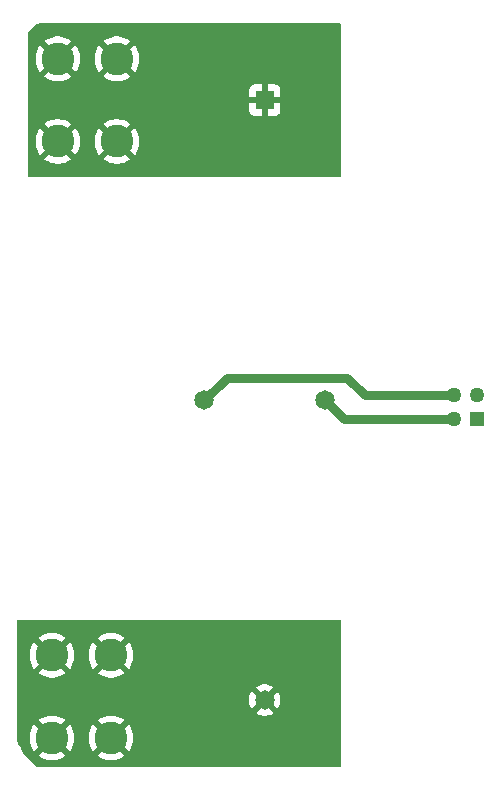
<source format=gbr>
%TF.GenerationSoftware,KiCad,Pcbnew,9.0.1*%
%TF.CreationDate,2025-05-24T18:06:33+02:00*%
%TF.ProjectId,main,6d61696e-2e6b-4696-9361-645f70636258,1.0*%
%TF.SameCoordinates,Original*%
%TF.FileFunction,Copper,L1,Top*%
%TF.FilePolarity,Positive*%
%FSLAX46Y46*%
G04 Gerber Fmt 4.6, Leading zero omitted, Abs format (unit mm)*
G04 Created by KiCad (PCBNEW 9.0.1) date 2025-05-24 18:06:33*
%MOMM*%
%LPD*%
G01*
G04 APERTURE LIST*
%TA.AperFunction,ComponentPad*%
%ADD10C,2.775000*%
%TD*%
%TA.AperFunction,ComponentPad*%
%ADD11C,1.258000*%
%TD*%
%TA.AperFunction,ComponentPad*%
%ADD12R,1.258000X1.258000*%
%TD*%
%TA.AperFunction,ComponentPad*%
%ADD13R,1.650000X1.650000*%
%TD*%
%TA.AperFunction,ComponentPad*%
%ADD14C,1.650000*%
%TD*%
%TA.AperFunction,ViaPad*%
%ADD15C,0.560000*%
%TD*%
%TA.AperFunction,Conductor*%
%ADD16C,0.800000*%
%TD*%
G04 APERTURE END LIST*
D10*
%TO.P,J5,1,Pin_1*%
%TO.N,HV-*%
X159000000Y-54000000D03*
X159000000Y-61000000D03*
X164000000Y-54000000D03*
X164000000Y-61000000D03*
%TD*%
%TO.P,J4,1,Pin_1*%
%TO.N,/HV+_dIscharge_resistors*%
X158500000Y-104500000D03*
X158500000Y-111500000D03*
X163500000Y-104500000D03*
X163500000Y-111500000D03*
%TD*%
D11*
%TO.P,J1,1,Pin_1*%
%TO.N,unconnected-(J1-Pin_1-Pad1)*%
X194500000Y-82500000D03*
%TO.P,J1,2,Pin_2*%
%TO.N,SD+*%
X192500000Y-82500000D03*
%TO.P,J1,3,Pin_3*%
%TO.N,GND*%
X192500000Y-84500000D03*
D12*
%TO.P,J1,4,Pin_4*%
%TO.N,unconnected-(J1-Pin_4-Pad4)*%
X194500000Y-84500000D03*
%TD*%
D13*
%TO.P,K2,1*%
%TO.N,HV-*%
X176500000Y-57500000D03*
D14*
%TO.P,K2,2*%
%TO.N,/HV+_dIscharge_resistors*%
X176500000Y-108300000D03*
%TO.P,K2,3*%
%TO.N,SD+*%
X171400000Y-82900000D03*
%TO.P,K2,4*%
%TO.N,GND*%
X181600000Y-82900000D03*
%TD*%
D15*
%TO.N,HV-*%
X169000000Y-52500000D03*
X175000000Y-61500000D03*
X175000000Y-55500000D03*
X169000000Y-61500000D03*
X173500000Y-63000000D03*
X173500000Y-60000000D03*
X173500000Y-55500000D03*
X178000000Y-61500000D03*
X169000000Y-63000000D03*
X170500000Y-52500000D03*
X179500000Y-63000000D03*
X172000000Y-54000000D03*
X176500000Y-55500000D03*
X178000000Y-54000000D03*
X170500000Y-55500000D03*
X178000000Y-63000000D03*
X179500000Y-52500000D03*
X179500000Y-60000000D03*
X175000000Y-52500000D03*
X169000000Y-54000000D03*
X167500000Y-63000000D03*
X181000000Y-54000000D03*
X173500000Y-52500000D03*
X179500000Y-54000000D03*
X170500000Y-54000000D03*
X172000000Y-60000000D03*
X178000000Y-61500000D03*
X169000000Y-60000000D03*
X181000000Y-52500000D03*
X170500000Y-60000000D03*
X179500000Y-52500000D03*
X172000000Y-52500000D03*
X173500000Y-54000000D03*
X176500000Y-60000000D03*
X176500000Y-54000000D03*
X178000000Y-52500000D03*
X181000000Y-55500000D03*
X178000000Y-54000000D03*
X169000000Y-60000000D03*
X178000000Y-55500000D03*
X167500000Y-60000000D03*
X178000000Y-60000000D03*
X178000000Y-60000000D03*
X181000000Y-60000000D03*
X181000000Y-54000000D03*
X179500000Y-61500000D03*
X172000000Y-63000000D03*
X172000000Y-55500000D03*
X175000000Y-54000000D03*
X175000000Y-60000000D03*
X175000000Y-63000000D03*
X179500000Y-60000000D03*
X178000000Y-63000000D03*
X181000000Y-55500000D03*
X176500000Y-63000000D03*
X170500000Y-60000000D03*
X175000000Y-61500000D03*
X178000000Y-60000000D03*
X181000000Y-61500000D03*
X167500000Y-52500000D03*
X167500000Y-54000000D03*
X179500000Y-54000000D03*
X178000000Y-55500000D03*
X176500000Y-61500000D03*
X173500000Y-60000000D03*
X170500000Y-63000000D03*
X172000000Y-61500000D03*
X179500000Y-55500000D03*
X179500000Y-55500000D03*
X181000000Y-63000000D03*
X181000000Y-60000000D03*
X178000000Y-52500000D03*
X173500000Y-61500000D03*
X176500000Y-52500000D03*
X167500000Y-55500000D03*
X169000000Y-55500000D03*
X179500000Y-55500000D03*
X178000000Y-55500000D03*
X179500000Y-54000000D03*
X167500000Y-60000000D03*
X170500000Y-61500000D03*
X172000000Y-60000000D03*
X175000000Y-63000000D03*
X167500000Y-61500000D03*
X178000000Y-54000000D03*
X175000000Y-60000000D03*
X175000000Y-60000000D03*
%TO.N,/HV+_dIscharge_resistors*%
X172000000Y-104500000D03*
X176500000Y-106000000D03*
X179500000Y-103000000D03*
X172000000Y-111500000D03*
X176500000Y-111500000D03*
X179500000Y-110000000D03*
X178000000Y-110000000D03*
X178000000Y-113000000D03*
X170500000Y-113000000D03*
X181000000Y-103000000D03*
X175000000Y-111500000D03*
X173500000Y-111500000D03*
X175000000Y-104500000D03*
X176500000Y-110000000D03*
X170500000Y-104500000D03*
X178000000Y-111500000D03*
X172000000Y-113000000D03*
X175000000Y-106000000D03*
X181000000Y-106000000D03*
X170500000Y-110000000D03*
X172000000Y-103000000D03*
X176500000Y-104500000D03*
X176500000Y-113000000D03*
X175000000Y-110000000D03*
X179500000Y-113000000D03*
X179500000Y-111500000D03*
X181000000Y-110000000D03*
X179500000Y-104500000D03*
X178000000Y-104500000D03*
X178000000Y-106000000D03*
X175000000Y-113000000D03*
X170500000Y-111500000D03*
X181000000Y-111500000D03*
X173500000Y-106000000D03*
X172000000Y-106000000D03*
X161500000Y-108500000D03*
X172000000Y-110000000D03*
X160000000Y-108500000D03*
X176500000Y-103000000D03*
X179500000Y-106000000D03*
X173500000Y-110000000D03*
X181000000Y-113000000D03*
X175000000Y-103000000D03*
X170500000Y-103000000D03*
X161500000Y-107000000D03*
X173500000Y-103000000D03*
X173500000Y-113000000D03*
X160000000Y-107000000D03*
X181000000Y-104500000D03*
X173500000Y-104500000D03*
X170500000Y-106000000D03*
X178000000Y-103000000D03*
%TD*%
D16*
%TO.N,GND*%
X183200000Y-84500000D02*
X192500000Y-84500000D01*
X181600000Y-82900000D02*
X183200000Y-84500000D01*
%TO.N,HV-*%
X176500000Y-57500000D02*
X176400000Y-57600000D01*
%TO.N,SD+*%
X171400000Y-82900000D02*
X173300000Y-81000000D01*
X173300000Y-81000000D02*
X183500000Y-81000000D01*
X185000000Y-82500000D02*
X192500000Y-82500000D01*
X183500000Y-81000000D02*
X185000000Y-82500000D01*
%TD*%
%TA.AperFunction,Conductor*%
%TO.N,/HV+_dIscharge_resistors*%
G36*
X182943039Y-101519685D02*
G01*
X182988794Y-101572489D01*
X183000000Y-101624000D01*
X183000000Y-113876000D01*
X182980315Y-113943039D01*
X182927511Y-113988794D01*
X182876000Y-114000000D01*
X157390755Y-114000000D01*
X157373758Y-113995045D01*
X157356292Y-113995115D01*
X157324129Y-113980580D01*
X157251681Y-113934425D01*
X157242821Y-113928221D01*
X156919233Y-113679923D01*
X156910946Y-113672969D01*
X156610232Y-113397416D01*
X156602583Y-113389767D01*
X156327030Y-113089053D01*
X156320077Y-113080767D01*
X156278987Y-113027218D01*
X156278986Y-113027217D01*
X156276880Y-113024473D01*
X156071772Y-112757170D01*
X156065568Y-112748309D01*
X156000472Y-112646129D01*
X155846413Y-112404305D01*
X155841020Y-112394965D01*
X155652674Y-112033155D01*
X155648105Y-112023357D01*
X155509439Y-111688587D01*
X155500000Y-111641134D01*
X155500000Y-111376279D01*
X156612500Y-111376279D01*
X156612500Y-111623720D01*
X156644795Y-111869014D01*
X156644797Y-111869025D01*
X156708834Y-112108018D01*
X156708837Y-112108028D01*
X156803518Y-112336607D01*
X156803523Y-112336618D01*
X156927229Y-112550881D01*
X156927235Y-112550889D01*
X157000315Y-112646129D01*
X157691497Y-111954947D01*
X157781505Y-112089653D01*
X157910347Y-112218495D01*
X158045051Y-112308501D01*
X157353869Y-112999683D01*
X157449110Y-113072764D01*
X157449118Y-113072770D01*
X157663381Y-113196476D01*
X157663392Y-113196481D01*
X157891971Y-113291162D01*
X157891981Y-113291165D01*
X158130974Y-113355202D01*
X158130985Y-113355204D01*
X158376279Y-113387499D01*
X158376294Y-113387500D01*
X158623706Y-113387500D01*
X158623720Y-113387499D01*
X158869014Y-113355204D01*
X158869025Y-113355202D01*
X159108018Y-113291165D01*
X159108028Y-113291162D01*
X159336607Y-113196481D01*
X159336618Y-113196476D01*
X159550881Y-113072770D01*
X159550899Y-113072758D01*
X159646129Y-112999684D01*
X159646129Y-112999682D01*
X158954948Y-112308501D01*
X159089653Y-112218495D01*
X159218495Y-112089653D01*
X159308501Y-111954948D01*
X159999682Y-112646129D01*
X159999684Y-112646129D01*
X160072758Y-112550899D01*
X160072770Y-112550881D01*
X160196476Y-112336618D01*
X160196481Y-112336607D01*
X160291162Y-112108028D01*
X160291165Y-112108018D01*
X160355202Y-111869025D01*
X160355204Y-111869014D01*
X160387499Y-111623720D01*
X160387500Y-111623706D01*
X160387500Y-111376293D01*
X160387499Y-111376279D01*
X161612500Y-111376279D01*
X161612500Y-111623720D01*
X161644795Y-111869014D01*
X161644797Y-111869025D01*
X161708834Y-112108018D01*
X161708837Y-112108028D01*
X161803518Y-112336607D01*
X161803523Y-112336618D01*
X161927229Y-112550881D01*
X161927235Y-112550889D01*
X162000315Y-112646129D01*
X162691497Y-111954947D01*
X162781505Y-112089653D01*
X162910347Y-112218495D01*
X163045051Y-112308501D01*
X162353869Y-112999683D01*
X162449110Y-113072764D01*
X162449118Y-113072770D01*
X162663381Y-113196476D01*
X162663392Y-113196481D01*
X162891971Y-113291162D01*
X162891981Y-113291165D01*
X163130974Y-113355202D01*
X163130985Y-113355204D01*
X163376279Y-113387499D01*
X163376294Y-113387500D01*
X163623706Y-113387500D01*
X163623720Y-113387499D01*
X163869014Y-113355204D01*
X163869025Y-113355202D01*
X164108018Y-113291165D01*
X164108028Y-113291162D01*
X164336607Y-113196481D01*
X164336618Y-113196476D01*
X164550881Y-113072770D01*
X164550899Y-113072758D01*
X164646129Y-112999684D01*
X164646129Y-112999682D01*
X163954948Y-112308501D01*
X164089653Y-112218495D01*
X164218495Y-112089653D01*
X164308501Y-111954948D01*
X164999682Y-112646129D01*
X164999684Y-112646129D01*
X165072758Y-112550899D01*
X165072770Y-112550881D01*
X165196476Y-112336618D01*
X165196481Y-112336607D01*
X165291162Y-112108028D01*
X165291165Y-112108018D01*
X165355202Y-111869025D01*
X165355204Y-111869014D01*
X165387499Y-111623720D01*
X165387500Y-111623706D01*
X165387500Y-111376293D01*
X165387499Y-111376279D01*
X165355204Y-111130985D01*
X165355202Y-111130974D01*
X165291165Y-110891981D01*
X165291162Y-110891971D01*
X165196481Y-110663392D01*
X165196476Y-110663381D01*
X165072770Y-110449118D01*
X165072764Y-110449110D01*
X164999683Y-110353869D01*
X164308501Y-111045051D01*
X164218495Y-110910347D01*
X164089653Y-110781505D01*
X163954948Y-110691497D01*
X164646129Y-110000315D01*
X164550889Y-109927235D01*
X164550881Y-109927229D01*
X164336618Y-109803523D01*
X164336607Y-109803518D01*
X164108028Y-109708837D01*
X164108018Y-109708834D01*
X163869025Y-109644797D01*
X163869014Y-109644795D01*
X163623720Y-109612500D01*
X163376279Y-109612500D01*
X163130985Y-109644795D01*
X163130974Y-109644797D01*
X162891981Y-109708834D01*
X162891971Y-109708837D01*
X162663392Y-109803518D01*
X162663381Y-109803523D01*
X162449118Y-109927229D01*
X162449101Y-109927240D01*
X162353869Y-110000314D01*
X162353869Y-110000315D01*
X163045051Y-110691497D01*
X162910347Y-110781505D01*
X162781505Y-110910347D01*
X162691497Y-111045051D01*
X162000315Y-110353869D01*
X162000314Y-110353869D01*
X161927240Y-110449101D01*
X161927229Y-110449118D01*
X161803523Y-110663381D01*
X161803518Y-110663392D01*
X161708837Y-110891971D01*
X161708834Y-110891981D01*
X161644797Y-111130974D01*
X161644795Y-111130985D01*
X161612500Y-111376279D01*
X160387499Y-111376279D01*
X160355204Y-111130985D01*
X160355202Y-111130974D01*
X160291165Y-110891981D01*
X160291162Y-110891971D01*
X160196481Y-110663392D01*
X160196476Y-110663381D01*
X160072770Y-110449118D01*
X160072764Y-110449110D01*
X159999683Y-110353869D01*
X159308501Y-111045051D01*
X159218495Y-110910347D01*
X159089653Y-110781505D01*
X158954948Y-110691497D01*
X159646129Y-110000315D01*
X159550889Y-109927235D01*
X159550881Y-109927229D01*
X159336618Y-109803523D01*
X159336607Y-109803518D01*
X159108028Y-109708837D01*
X159108018Y-109708834D01*
X158869025Y-109644797D01*
X158869014Y-109644795D01*
X158623720Y-109612500D01*
X158376279Y-109612500D01*
X158130985Y-109644795D01*
X158130974Y-109644797D01*
X157891981Y-109708834D01*
X157891971Y-109708837D01*
X157663392Y-109803518D01*
X157663381Y-109803523D01*
X157449118Y-109927229D01*
X157449101Y-109927240D01*
X157353869Y-110000314D01*
X157353869Y-110000315D01*
X158045051Y-110691497D01*
X157910347Y-110781505D01*
X157781505Y-110910347D01*
X157691497Y-111045051D01*
X157000315Y-110353869D01*
X157000314Y-110353869D01*
X156927240Y-110449101D01*
X156927229Y-110449118D01*
X156803523Y-110663381D01*
X156803518Y-110663392D01*
X156708837Y-110891971D01*
X156708834Y-110891981D01*
X156644797Y-111130974D01*
X156644795Y-111130985D01*
X156612500Y-111376279D01*
X155500000Y-111376279D01*
X155500000Y-108195720D01*
X175175000Y-108195720D01*
X175175000Y-108404279D01*
X175207626Y-108610272D01*
X175272075Y-108808627D01*
X175366759Y-108994451D01*
X175402627Y-109043818D01*
X175402627Y-109043819D01*
X175976212Y-108470234D01*
X175987482Y-108512292D01*
X176059890Y-108637708D01*
X176162292Y-108740110D01*
X176287708Y-108812518D01*
X176329765Y-108823787D01*
X175756179Y-109397371D01*
X175756180Y-109397372D01*
X175805543Y-109433236D01*
X175805556Y-109433244D01*
X175991372Y-109527924D01*
X176189727Y-109592373D01*
X176395721Y-109625000D01*
X176604279Y-109625000D01*
X176810272Y-109592373D01*
X177008627Y-109527924D01*
X177194451Y-109433240D01*
X177243818Y-109397372D01*
X177243818Y-109397371D01*
X176670234Y-108823787D01*
X176712292Y-108812518D01*
X176837708Y-108740110D01*
X176940110Y-108637708D01*
X177012518Y-108512292D01*
X177023787Y-108470234D01*
X177597371Y-109043818D01*
X177597372Y-109043818D01*
X177633240Y-108994451D01*
X177727924Y-108808627D01*
X177792373Y-108610272D01*
X177825000Y-108404279D01*
X177825000Y-108195720D01*
X177792373Y-107989727D01*
X177727924Y-107791372D01*
X177633244Y-107605556D01*
X177633236Y-107605543D01*
X177597372Y-107556180D01*
X177597371Y-107556179D01*
X177023787Y-108129764D01*
X177012518Y-108087708D01*
X176940110Y-107962292D01*
X176837708Y-107859890D01*
X176712292Y-107787482D01*
X176670233Y-107776212D01*
X177243819Y-107202627D01*
X177194451Y-107166759D01*
X177008627Y-107072075D01*
X176810272Y-107007626D01*
X176604279Y-106975000D01*
X176395721Y-106975000D01*
X176189727Y-107007626D01*
X175991372Y-107072075D01*
X175805552Y-107166757D01*
X175756180Y-107202627D01*
X176329766Y-107776212D01*
X176287708Y-107787482D01*
X176162292Y-107859890D01*
X176059890Y-107962292D01*
X175987482Y-108087708D01*
X175976212Y-108129765D01*
X175402627Y-107556180D01*
X175366757Y-107605552D01*
X175272075Y-107791372D01*
X175207626Y-107989727D01*
X175175000Y-108195720D01*
X155500000Y-108195720D01*
X155500000Y-104376279D01*
X156612500Y-104376279D01*
X156612500Y-104623720D01*
X156644795Y-104869014D01*
X156644797Y-104869025D01*
X156708834Y-105108018D01*
X156708837Y-105108028D01*
X156803518Y-105336607D01*
X156803523Y-105336618D01*
X156927229Y-105550881D01*
X156927235Y-105550889D01*
X157000315Y-105646129D01*
X157691497Y-104954947D01*
X157781505Y-105089653D01*
X157910347Y-105218495D01*
X158045051Y-105308501D01*
X157353869Y-105999683D01*
X157449110Y-106072764D01*
X157449118Y-106072770D01*
X157663381Y-106196476D01*
X157663392Y-106196481D01*
X157891971Y-106291162D01*
X157891981Y-106291165D01*
X158130974Y-106355202D01*
X158130985Y-106355204D01*
X158376279Y-106387499D01*
X158376294Y-106387500D01*
X158623706Y-106387500D01*
X158623720Y-106387499D01*
X158869014Y-106355204D01*
X158869025Y-106355202D01*
X159108018Y-106291165D01*
X159108028Y-106291162D01*
X159336607Y-106196481D01*
X159336618Y-106196476D01*
X159550881Y-106072770D01*
X159550899Y-106072758D01*
X159646129Y-105999684D01*
X159646129Y-105999682D01*
X158954948Y-105308501D01*
X159089653Y-105218495D01*
X159218495Y-105089653D01*
X159308501Y-104954948D01*
X159999682Y-105646129D01*
X159999684Y-105646129D01*
X160072758Y-105550899D01*
X160072770Y-105550881D01*
X160196476Y-105336618D01*
X160196481Y-105336607D01*
X160291162Y-105108028D01*
X160291165Y-105108018D01*
X160355202Y-104869025D01*
X160355204Y-104869014D01*
X160387499Y-104623720D01*
X160387500Y-104623706D01*
X160387500Y-104376293D01*
X160387499Y-104376279D01*
X161612500Y-104376279D01*
X161612500Y-104623720D01*
X161644795Y-104869014D01*
X161644797Y-104869025D01*
X161708834Y-105108018D01*
X161708837Y-105108028D01*
X161803518Y-105336607D01*
X161803523Y-105336618D01*
X161927229Y-105550881D01*
X161927235Y-105550889D01*
X162000315Y-105646129D01*
X162691497Y-104954947D01*
X162781505Y-105089653D01*
X162910347Y-105218495D01*
X163045051Y-105308501D01*
X162353869Y-105999683D01*
X162449110Y-106072764D01*
X162449118Y-106072770D01*
X162663381Y-106196476D01*
X162663392Y-106196481D01*
X162891971Y-106291162D01*
X162891981Y-106291165D01*
X163130974Y-106355202D01*
X163130985Y-106355204D01*
X163376279Y-106387499D01*
X163376294Y-106387500D01*
X163623706Y-106387500D01*
X163623720Y-106387499D01*
X163869014Y-106355204D01*
X163869025Y-106355202D01*
X164108018Y-106291165D01*
X164108028Y-106291162D01*
X164336607Y-106196481D01*
X164336618Y-106196476D01*
X164550881Y-106072770D01*
X164550899Y-106072758D01*
X164646129Y-105999684D01*
X164646129Y-105999682D01*
X163954948Y-105308501D01*
X164089653Y-105218495D01*
X164218495Y-105089653D01*
X164308501Y-104954948D01*
X164999682Y-105646129D01*
X164999684Y-105646129D01*
X165072758Y-105550899D01*
X165072770Y-105550881D01*
X165196476Y-105336618D01*
X165196481Y-105336607D01*
X165291162Y-105108028D01*
X165291165Y-105108018D01*
X165355202Y-104869025D01*
X165355204Y-104869014D01*
X165387499Y-104623720D01*
X165387500Y-104623706D01*
X165387500Y-104376293D01*
X165387499Y-104376279D01*
X165355204Y-104130985D01*
X165355202Y-104130974D01*
X165291165Y-103891981D01*
X165291162Y-103891971D01*
X165196481Y-103663392D01*
X165196476Y-103663381D01*
X165072770Y-103449118D01*
X165072764Y-103449110D01*
X164999683Y-103353869D01*
X164308501Y-104045051D01*
X164218495Y-103910347D01*
X164089653Y-103781505D01*
X163954948Y-103691497D01*
X164646129Y-103000315D01*
X164550889Y-102927235D01*
X164550881Y-102927229D01*
X164336618Y-102803523D01*
X164336607Y-102803518D01*
X164108028Y-102708837D01*
X164108018Y-102708834D01*
X163869025Y-102644797D01*
X163869014Y-102644795D01*
X163623720Y-102612500D01*
X163376279Y-102612500D01*
X163130985Y-102644795D01*
X163130974Y-102644797D01*
X162891981Y-102708834D01*
X162891971Y-102708837D01*
X162663392Y-102803518D01*
X162663381Y-102803523D01*
X162449118Y-102927229D01*
X162449101Y-102927240D01*
X162353869Y-103000314D01*
X162353869Y-103000315D01*
X163045051Y-103691497D01*
X162910347Y-103781505D01*
X162781505Y-103910347D01*
X162691497Y-104045051D01*
X162000315Y-103353869D01*
X162000314Y-103353869D01*
X161927240Y-103449101D01*
X161927229Y-103449118D01*
X161803523Y-103663381D01*
X161803518Y-103663392D01*
X161708837Y-103891971D01*
X161708834Y-103891981D01*
X161644797Y-104130974D01*
X161644795Y-104130985D01*
X161612500Y-104376279D01*
X160387499Y-104376279D01*
X160355204Y-104130985D01*
X160355202Y-104130974D01*
X160291165Y-103891981D01*
X160291162Y-103891971D01*
X160196481Y-103663392D01*
X160196476Y-103663381D01*
X160072770Y-103449118D01*
X160072764Y-103449110D01*
X159999683Y-103353869D01*
X159308501Y-104045051D01*
X159218495Y-103910347D01*
X159089653Y-103781505D01*
X158954948Y-103691497D01*
X159646129Y-103000315D01*
X159550889Y-102927235D01*
X159550881Y-102927229D01*
X159336618Y-102803523D01*
X159336607Y-102803518D01*
X159108028Y-102708837D01*
X159108018Y-102708834D01*
X158869025Y-102644797D01*
X158869014Y-102644795D01*
X158623720Y-102612500D01*
X158376279Y-102612500D01*
X158130985Y-102644795D01*
X158130974Y-102644797D01*
X157891981Y-102708834D01*
X157891971Y-102708837D01*
X157663392Y-102803518D01*
X157663381Y-102803523D01*
X157449118Y-102927229D01*
X157449101Y-102927240D01*
X157353869Y-103000314D01*
X157353869Y-103000315D01*
X158045051Y-103691497D01*
X157910347Y-103781505D01*
X157781505Y-103910347D01*
X157691497Y-104045051D01*
X157000315Y-103353869D01*
X157000314Y-103353869D01*
X156927240Y-103449101D01*
X156927229Y-103449118D01*
X156803523Y-103663381D01*
X156803518Y-103663392D01*
X156708837Y-103891971D01*
X156708834Y-103891981D01*
X156644797Y-104130974D01*
X156644795Y-104130985D01*
X156612500Y-104376279D01*
X155500000Y-104376279D01*
X155500000Y-101624000D01*
X155519685Y-101556961D01*
X155572489Y-101511206D01*
X155624000Y-101500000D01*
X182876000Y-101500000D01*
X182943039Y-101519685D01*
G37*
%TD.AperFunction*%
%TD*%
%TA.AperFunction,Conductor*%
%TO.N,HV-*%
G36*
X182943039Y-51019685D02*
G01*
X182988794Y-51072489D01*
X183000000Y-51124000D01*
X183000000Y-63876000D01*
X182980315Y-63943039D01*
X182927511Y-63988794D01*
X182876000Y-64000000D01*
X156624000Y-64000000D01*
X156556961Y-63980315D01*
X156511206Y-63927511D01*
X156500000Y-63876000D01*
X156500000Y-60876279D01*
X157112500Y-60876279D01*
X157112500Y-61123720D01*
X157144795Y-61369014D01*
X157144797Y-61369025D01*
X157208834Y-61608018D01*
X157208837Y-61608028D01*
X157303518Y-61836607D01*
X157303523Y-61836618D01*
X157427229Y-62050881D01*
X157427235Y-62050889D01*
X157500315Y-62146129D01*
X158191497Y-61454947D01*
X158281505Y-61589653D01*
X158410347Y-61718495D01*
X158545051Y-61808501D01*
X157853869Y-62499683D01*
X157949110Y-62572764D01*
X157949118Y-62572770D01*
X158163381Y-62696476D01*
X158163392Y-62696481D01*
X158391971Y-62791162D01*
X158391981Y-62791165D01*
X158630974Y-62855202D01*
X158630985Y-62855204D01*
X158876279Y-62887499D01*
X158876294Y-62887500D01*
X159123706Y-62887500D01*
X159123720Y-62887499D01*
X159369014Y-62855204D01*
X159369025Y-62855202D01*
X159608018Y-62791165D01*
X159608028Y-62791162D01*
X159836607Y-62696481D01*
X159836618Y-62696476D01*
X160050881Y-62572770D01*
X160050899Y-62572758D01*
X160146129Y-62499684D01*
X160146129Y-62499682D01*
X159454948Y-61808501D01*
X159589653Y-61718495D01*
X159718495Y-61589653D01*
X159808501Y-61454948D01*
X160499682Y-62146129D01*
X160499684Y-62146129D01*
X160572758Y-62050899D01*
X160572770Y-62050881D01*
X160696476Y-61836618D01*
X160696481Y-61836607D01*
X160791162Y-61608028D01*
X160791165Y-61608018D01*
X160855202Y-61369025D01*
X160855204Y-61369014D01*
X160887499Y-61123720D01*
X160887500Y-61123706D01*
X160887500Y-60876293D01*
X160887499Y-60876279D01*
X162112500Y-60876279D01*
X162112500Y-61123720D01*
X162144795Y-61369014D01*
X162144797Y-61369025D01*
X162208834Y-61608018D01*
X162208837Y-61608028D01*
X162303518Y-61836607D01*
X162303523Y-61836618D01*
X162427229Y-62050881D01*
X162427235Y-62050889D01*
X162500315Y-62146129D01*
X163191497Y-61454947D01*
X163281505Y-61589653D01*
X163410347Y-61718495D01*
X163545051Y-61808501D01*
X162853869Y-62499683D01*
X162949110Y-62572764D01*
X162949118Y-62572770D01*
X163163381Y-62696476D01*
X163163392Y-62696481D01*
X163391971Y-62791162D01*
X163391981Y-62791165D01*
X163630974Y-62855202D01*
X163630985Y-62855204D01*
X163876279Y-62887499D01*
X163876294Y-62887500D01*
X164123706Y-62887500D01*
X164123720Y-62887499D01*
X164369014Y-62855204D01*
X164369025Y-62855202D01*
X164608018Y-62791165D01*
X164608028Y-62791162D01*
X164836607Y-62696481D01*
X164836618Y-62696476D01*
X165050881Y-62572770D01*
X165050899Y-62572758D01*
X165146129Y-62499684D01*
X165146129Y-62499682D01*
X164454948Y-61808501D01*
X164589653Y-61718495D01*
X164718495Y-61589653D01*
X164808501Y-61454948D01*
X165499682Y-62146129D01*
X165499684Y-62146129D01*
X165572758Y-62050899D01*
X165572770Y-62050881D01*
X165696476Y-61836618D01*
X165696481Y-61836607D01*
X165791162Y-61608028D01*
X165791165Y-61608018D01*
X165855202Y-61369025D01*
X165855204Y-61369014D01*
X165887499Y-61123720D01*
X165887500Y-61123706D01*
X165887500Y-60876293D01*
X165887499Y-60876279D01*
X165855204Y-60630985D01*
X165855202Y-60630974D01*
X165791165Y-60391981D01*
X165791162Y-60391971D01*
X165696481Y-60163392D01*
X165696476Y-60163381D01*
X165572770Y-59949118D01*
X165572764Y-59949110D01*
X165499683Y-59853869D01*
X164808501Y-60545051D01*
X164718495Y-60410347D01*
X164589653Y-60281505D01*
X164454948Y-60191497D01*
X165146129Y-59500315D01*
X165050889Y-59427235D01*
X165050881Y-59427229D01*
X164836618Y-59303523D01*
X164836607Y-59303518D01*
X164608028Y-59208837D01*
X164608018Y-59208834D01*
X164369025Y-59144797D01*
X164369014Y-59144795D01*
X164123720Y-59112500D01*
X163876279Y-59112500D01*
X163630985Y-59144795D01*
X163630974Y-59144797D01*
X163391981Y-59208834D01*
X163391971Y-59208837D01*
X163163392Y-59303518D01*
X163163381Y-59303523D01*
X162949118Y-59427229D01*
X162949101Y-59427240D01*
X162853869Y-59500314D01*
X162853869Y-59500315D01*
X163545051Y-60191497D01*
X163410347Y-60281505D01*
X163281505Y-60410347D01*
X163191497Y-60545051D01*
X162500315Y-59853869D01*
X162500314Y-59853869D01*
X162427240Y-59949101D01*
X162427229Y-59949118D01*
X162303523Y-60163381D01*
X162303518Y-60163392D01*
X162208837Y-60391971D01*
X162208834Y-60391981D01*
X162144797Y-60630974D01*
X162144795Y-60630985D01*
X162112500Y-60876279D01*
X160887499Y-60876279D01*
X160855204Y-60630985D01*
X160855202Y-60630974D01*
X160791165Y-60391981D01*
X160791162Y-60391971D01*
X160696481Y-60163392D01*
X160696476Y-60163381D01*
X160572770Y-59949118D01*
X160572764Y-59949110D01*
X160499683Y-59853869D01*
X159808501Y-60545051D01*
X159718495Y-60410347D01*
X159589653Y-60281505D01*
X159454948Y-60191497D01*
X160146129Y-59500315D01*
X160050889Y-59427235D01*
X160050881Y-59427229D01*
X159836618Y-59303523D01*
X159836607Y-59303518D01*
X159608028Y-59208837D01*
X159608018Y-59208834D01*
X159369025Y-59144797D01*
X159369014Y-59144795D01*
X159123720Y-59112500D01*
X158876279Y-59112500D01*
X158630985Y-59144795D01*
X158630974Y-59144797D01*
X158391981Y-59208834D01*
X158391971Y-59208837D01*
X158163392Y-59303518D01*
X158163381Y-59303523D01*
X157949118Y-59427229D01*
X157949101Y-59427240D01*
X157853869Y-59500314D01*
X157853869Y-59500315D01*
X158545051Y-60191497D01*
X158410347Y-60281505D01*
X158281505Y-60410347D01*
X158191497Y-60545051D01*
X157500315Y-59853869D01*
X157500314Y-59853869D01*
X157427240Y-59949101D01*
X157427229Y-59949118D01*
X157303523Y-60163381D01*
X157303518Y-60163392D01*
X157208837Y-60391971D01*
X157208834Y-60391981D01*
X157144797Y-60630974D01*
X157144795Y-60630985D01*
X157112500Y-60876279D01*
X156500000Y-60876279D01*
X156500000Y-56627155D01*
X175175000Y-56627155D01*
X175175000Y-57250000D01*
X176009252Y-57250000D01*
X175987482Y-57287708D01*
X175950000Y-57427591D01*
X175950000Y-57572409D01*
X175987482Y-57712292D01*
X176009252Y-57750000D01*
X175175000Y-57750000D01*
X175175000Y-58372844D01*
X175181401Y-58432372D01*
X175181403Y-58432379D01*
X175231645Y-58567086D01*
X175231649Y-58567093D01*
X175317809Y-58682187D01*
X175317812Y-58682190D01*
X175432906Y-58768350D01*
X175432913Y-58768354D01*
X175567620Y-58818596D01*
X175567627Y-58818598D01*
X175627155Y-58824999D01*
X175627172Y-58825000D01*
X176250000Y-58825000D01*
X176250000Y-57990747D01*
X176287708Y-58012518D01*
X176427591Y-58050000D01*
X176572409Y-58050000D01*
X176712292Y-58012518D01*
X176750000Y-57990747D01*
X176750000Y-58825000D01*
X177372828Y-58825000D01*
X177372844Y-58824999D01*
X177432372Y-58818598D01*
X177432379Y-58818596D01*
X177567086Y-58768354D01*
X177567093Y-58768350D01*
X177682187Y-58682190D01*
X177682190Y-58682187D01*
X177768350Y-58567093D01*
X177768354Y-58567086D01*
X177818596Y-58432379D01*
X177818598Y-58432372D01*
X177824999Y-58372844D01*
X177825000Y-58372827D01*
X177825000Y-57750000D01*
X176990748Y-57750000D01*
X177012518Y-57712292D01*
X177050000Y-57572409D01*
X177050000Y-57427591D01*
X177012518Y-57287708D01*
X176990748Y-57250000D01*
X177825000Y-57250000D01*
X177825000Y-56627172D01*
X177824999Y-56627155D01*
X177818598Y-56567627D01*
X177818596Y-56567620D01*
X177768354Y-56432913D01*
X177768350Y-56432906D01*
X177682190Y-56317812D01*
X177682187Y-56317809D01*
X177567093Y-56231649D01*
X177567086Y-56231645D01*
X177432379Y-56181403D01*
X177432372Y-56181401D01*
X177372844Y-56175000D01*
X176750000Y-56175000D01*
X176750000Y-57009252D01*
X176712292Y-56987482D01*
X176572409Y-56950000D01*
X176427591Y-56950000D01*
X176287708Y-56987482D01*
X176250000Y-57009252D01*
X176250000Y-56175000D01*
X175627155Y-56175000D01*
X175567627Y-56181401D01*
X175567620Y-56181403D01*
X175432913Y-56231645D01*
X175432906Y-56231649D01*
X175317812Y-56317809D01*
X175317809Y-56317812D01*
X175231649Y-56432906D01*
X175231645Y-56432913D01*
X175181403Y-56567620D01*
X175181401Y-56567627D01*
X175175000Y-56627155D01*
X156500000Y-56627155D01*
X156500000Y-53876279D01*
X157112500Y-53876279D01*
X157112500Y-54123720D01*
X157144795Y-54369014D01*
X157144797Y-54369025D01*
X157208834Y-54608018D01*
X157208837Y-54608028D01*
X157303518Y-54836607D01*
X157303523Y-54836618D01*
X157427229Y-55050881D01*
X157427235Y-55050889D01*
X157500315Y-55146129D01*
X158191497Y-54454947D01*
X158281505Y-54589653D01*
X158410347Y-54718495D01*
X158545051Y-54808501D01*
X157853869Y-55499683D01*
X157949110Y-55572764D01*
X157949118Y-55572770D01*
X158163381Y-55696476D01*
X158163392Y-55696481D01*
X158391971Y-55791162D01*
X158391981Y-55791165D01*
X158630974Y-55855202D01*
X158630985Y-55855204D01*
X158876279Y-55887499D01*
X158876294Y-55887500D01*
X159123706Y-55887500D01*
X159123720Y-55887499D01*
X159369014Y-55855204D01*
X159369025Y-55855202D01*
X159608018Y-55791165D01*
X159608028Y-55791162D01*
X159836607Y-55696481D01*
X159836618Y-55696476D01*
X160050881Y-55572770D01*
X160050899Y-55572758D01*
X160146129Y-55499684D01*
X160146129Y-55499682D01*
X159454948Y-54808501D01*
X159589653Y-54718495D01*
X159718495Y-54589653D01*
X159808501Y-54454948D01*
X160499682Y-55146129D01*
X160499684Y-55146129D01*
X160572758Y-55050899D01*
X160572770Y-55050881D01*
X160696476Y-54836618D01*
X160696481Y-54836607D01*
X160791162Y-54608028D01*
X160791165Y-54608018D01*
X160855202Y-54369025D01*
X160855204Y-54369014D01*
X160887499Y-54123720D01*
X160887500Y-54123706D01*
X160887500Y-53876293D01*
X160887499Y-53876279D01*
X162112500Y-53876279D01*
X162112500Y-54123720D01*
X162144795Y-54369014D01*
X162144797Y-54369025D01*
X162208834Y-54608018D01*
X162208837Y-54608028D01*
X162303518Y-54836607D01*
X162303523Y-54836618D01*
X162427229Y-55050881D01*
X162427235Y-55050889D01*
X162500315Y-55146129D01*
X163191497Y-54454947D01*
X163281505Y-54589653D01*
X163410347Y-54718495D01*
X163545051Y-54808501D01*
X162853869Y-55499683D01*
X162949110Y-55572764D01*
X162949118Y-55572770D01*
X163163381Y-55696476D01*
X163163392Y-55696481D01*
X163391971Y-55791162D01*
X163391981Y-55791165D01*
X163630974Y-55855202D01*
X163630985Y-55855204D01*
X163876279Y-55887499D01*
X163876294Y-55887500D01*
X164123706Y-55887500D01*
X164123720Y-55887499D01*
X164369014Y-55855204D01*
X164369025Y-55855202D01*
X164608018Y-55791165D01*
X164608028Y-55791162D01*
X164836607Y-55696481D01*
X164836618Y-55696476D01*
X165050881Y-55572770D01*
X165050899Y-55572758D01*
X165146129Y-55499684D01*
X165146129Y-55499682D01*
X164454948Y-54808501D01*
X164589653Y-54718495D01*
X164718495Y-54589653D01*
X164808501Y-54454948D01*
X165499682Y-55146129D01*
X165499684Y-55146129D01*
X165572758Y-55050899D01*
X165572770Y-55050881D01*
X165696476Y-54836618D01*
X165696481Y-54836607D01*
X165791162Y-54608028D01*
X165791165Y-54608018D01*
X165855202Y-54369025D01*
X165855204Y-54369014D01*
X165887499Y-54123720D01*
X165887500Y-54123706D01*
X165887500Y-53876293D01*
X165887499Y-53876279D01*
X165855204Y-53630985D01*
X165855202Y-53630974D01*
X165791165Y-53391981D01*
X165791162Y-53391971D01*
X165696481Y-53163392D01*
X165696476Y-53163381D01*
X165572770Y-52949118D01*
X165572764Y-52949110D01*
X165499683Y-52853869D01*
X164808501Y-53545051D01*
X164718495Y-53410347D01*
X164589653Y-53281505D01*
X164454948Y-53191497D01*
X165146129Y-52500315D01*
X165050889Y-52427235D01*
X165050881Y-52427229D01*
X164836618Y-52303523D01*
X164836607Y-52303518D01*
X164608028Y-52208837D01*
X164608018Y-52208834D01*
X164369025Y-52144797D01*
X164369014Y-52144795D01*
X164123720Y-52112500D01*
X163876279Y-52112500D01*
X163630985Y-52144795D01*
X163630974Y-52144797D01*
X163391981Y-52208834D01*
X163391971Y-52208837D01*
X163163392Y-52303518D01*
X163163381Y-52303523D01*
X162949118Y-52427229D01*
X162949101Y-52427240D01*
X162853869Y-52500314D01*
X162853869Y-52500315D01*
X163545051Y-53191497D01*
X163410347Y-53281505D01*
X163281505Y-53410347D01*
X163191497Y-53545051D01*
X162500315Y-52853869D01*
X162500314Y-52853869D01*
X162427240Y-52949101D01*
X162427229Y-52949118D01*
X162303523Y-53163381D01*
X162303518Y-53163392D01*
X162208837Y-53391971D01*
X162208834Y-53391981D01*
X162144797Y-53630974D01*
X162144795Y-53630985D01*
X162112500Y-53876279D01*
X160887499Y-53876279D01*
X160855204Y-53630985D01*
X160855202Y-53630974D01*
X160791165Y-53391981D01*
X160791162Y-53391971D01*
X160696481Y-53163392D01*
X160696476Y-53163381D01*
X160572770Y-52949118D01*
X160572764Y-52949110D01*
X160499683Y-52853869D01*
X159808501Y-53545051D01*
X159718495Y-53410347D01*
X159589653Y-53281505D01*
X159454948Y-53191497D01*
X160146129Y-52500315D01*
X160050889Y-52427235D01*
X160050881Y-52427229D01*
X159836618Y-52303523D01*
X159836607Y-52303518D01*
X159608028Y-52208837D01*
X159608018Y-52208834D01*
X159369025Y-52144797D01*
X159369014Y-52144795D01*
X159123720Y-52112500D01*
X158876279Y-52112500D01*
X158630985Y-52144795D01*
X158630974Y-52144797D01*
X158391981Y-52208834D01*
X158391971Y-52208837D01*
X158163392Y-52303518D01*
X158163381Y-52303523D01*
X157949118Y-52427229D01*
X157949101Y-52427240D01*
X157853869Y-52500314D01*
X157853869Y-52500315D01*
X158545051Y-53191497D01*
X158410347Y-53281505D01*
X158281505Y-53410347D01*
X158191497Y-53545051D01*
X157500315Y-52853869D01*
X157500314Y-52853869D01*
X157427240Y-52949101D01*
X157427229Y-52949118D01*
X157303523Y-53163381D01*
X157303518Y-53163392D01*
X157208837Y-53391971D01*
X157208834Y-53391981D01*
X157144797Y-53630974D01*
X157144795Y-53630985D01*
X157112500Y-53876279D01*
X156500000Y-53876279D01*
X156500000Y-51770402D01*
X156507912Y-51743456D01*
X156512679Y-51715779D01*
X156518575Y-51707141D01*
X156519685Y-51703363D01*
X156532572Y-51686636D01*
X156602594Y-51610220D01*
X156610220Y-51602594D01*
X156910955Y-51327021D01*
X156919224Y-51320083D01*
X157242832Y-51071770D01*
X157251671Y-51065580D01*
X157324130Y-51019418D01*
X157390755Y-51000000D01*
X182876000Y-51000000D01*
X182943039Y-51019685D01*
G37*
%TD.AperFunction*%
%TD*%
M02*

</source>
